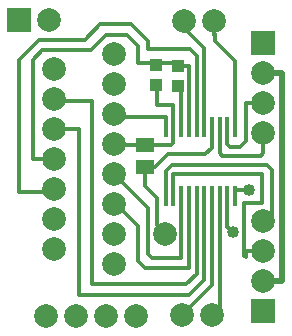
<source format=gbr>
G04 DipTrace 3.0.0.0*
G04 L298_Top.gbr*
%MOMM*%
G04 #@! TF.FileFunction,Copper,L1,Top*
G04 #@! TF.Part,Single*
G04 #@! TA.AperFunction,Conductor*
%ADD15C,0.33*%
%ADD16C,0.5*%
%ADD17R,1.0X1.1*%
%ADD18R,1.5X1.3*%
G04 #@! TA.AperFunction,ComponentPad*
%ADD20C,2.0*%
%ADD21R,2.0X2.0*%
%ADD22C,2.0*%
%ADD25R,0.33X1.8*%
G04 #@! TA.AperFunction,ViaPad*
%ADD27C,1.016*%
%FSLAX35Y35*%
G04*
G71*
G90*
G75*
G01*
G04 Top*
%LPD*%
X2667000Y2920000D2*
D15*
Y3440000D1*
X2577000D1*
X1529000Y2649000D2*
X1347000D1*
Y3490000D1*
X1427000Y3570000D1*
X1837000D1*
X1967000Y3700000D1*
X2147000D1*
X2237000Y3610000D1*
Y3460000D1*
X2397000D1*
X2577000D1*
Y3440000D1*
X2387000Y3450000D2*
X2397000Y3460000D1*
X2037000Y2776000D2*
X2081000D1*
X2087000Y2770000D1*
X2517000D1*
X2537000Y2790000D1*
Y2920000D1*
Y3110000D1*
X2397000D1*
Y3270000D1*
X2387000Y3280000D1*
X2602000Y2340000D2*
Y1810000D1*
X2357000D1*
X2317000Y1850000D1*
Y2240000D1*
X2097000Y2460000D1*
X2037000D1*
Y2522000D1*
X2667000Y2340000D2*
Y1730000D1*
X2297000D1*
X2237000Y1790000D1*
Y2080000D1*
X2049000Y2268000D1*
X2037000D1*
X2537000Y2340000D2*
Y2520000D1*
X3287000D1*
Y2280000D1*
X3137000D1*
Y1826000D1*
X3147000D1*
Y1820000D1*
X3297000Y1876000D2*
X3147000D1*
Y1826000D1*
X2862000Y2920000D2*
Y2745000D1*
X2807000Y2690000D1*
X2487000D1*
X2377000Y2580000D1*
X2297000D1*
Y2420000D1*
X2397000Y2320000D1*
Y2090000D1*
X2467000Y2020000D1*
X2862000Y2340000D2*
Y1585000D1*
X2607000Y1330000D1*
X2613000D1*
X3297000Y3122000D2*
X3147000D1*
Y2800000D1*
X3097000Y2750000D1*
X3017000D1*
X2992000Y2775000D1*
Y2920000D1*
X2927000Y2340000D2*
Y1330000D1*
X2867000D1*
X2797000Y2340000D2*
Y1630000D1*
X2667000Y1500000D1*
X1737000D1*
Y2903000D1*
X1529000D1*
X3057000Y2340000D2*
Y2390000D1*
X3177000D1*
X2732000Y2340000D2*
Y1675000D1*
X2647000Y1590000D1*
X1847000D1*
Y3140000D1*
X1546000D1*
X1529000Y3157000D1*
X3297000Y2868000D2*
Y2700000D1*
X3277000Y2680000D1*
X2947000D1*
X2927000Y2700000D1*
Y2920000D1*
X3057000D2*
Y3480000D1*
X2887000Y3650000D1*
Y3710000D1*
X2877000Y3700000D1*
Y3824000D1*
X2881000Y3820000D1*
X3297000Y3376000D2*
D16*
X3457000D1*
Y1622000D1*
X3297000D1*
X2472000Y2920000D2*
D15*
Y3010000D1*
X2057000D1*
X2087000Y3040000D1*
X2037000D1*
Y3030000D1*
X2602000Y2920000D2*
Y3260000D1*
X2577000D1*
Y3270000D1*
X2732000Y2920000D2*
Y3525000D1*
X2677000Y3580000D1*
X2317000D1*
Y3650000D1*
X2177000Y3790000D1*
X1917000D1*
X1787000Y3660000D1*
X1397000D1*
X1227000Y3490000D1*
Y2370000D1*
X1504000D1*
X1529000Y2395000D1*
X2472000Y2339980D2*
Y2545000D1*
X2527000Y2600000D1*
X3327000D1*
X3367000Y2560000D1*
Y2130000D1*
X3297000D1*
X2992000Y2340000D2*
Y2075000D1*
X3037000Y2030000D1*
X2797000Y2920000D2*
Y3590000D1*
X2567000Y3820000D1*
X2627000D1*
D27*
X3037000Y2030000D3*
X3177000Y2390000D3*
D17*
X2577000Y3270000D3*
Y3440000D3*
X2387000Y3280000D3*
Y3450000D3*
D20*
X2627000Y3820000D3*
X2881000D3*
X2867000Y1330000D3*
X2613000D3*
D21*
X1227000Y3830000D3*
D20*
X1481000D3*
D21*
X3297000Y3630000D3*
D20*
Y3376000D3*
Y3122000D3*
Y2868000D3*
D22*
Y2130000D3*
D20*
Y1876000D3*
Y1622000D3*
D21*
Y1368000D3*
D22*
X2467000Y2020000D3*
D18*
X2297000Y2580000D3*
Y2770000D3*
D20*
X1455000Y1320000D3*
X1709000D3*
X1963000D3*
X2217000D3*
D25*
X3057000Y2920000D3*
X2992000D3*
X2927000D3*
X2862000D3*
X2797000D3*
X2732000D3*
X2667000D3*
X2602000D3*
X2537000D3*
X2472000D3*
Y2339980D3*
X2537000Y2340000D3*
X2602000D3*
X2667000D3*
X2732000D3*
X2797000D3*
X2862000D3*
X2927000D3*
X2992000D3*
X3057000D3*
D20*
X2037000Y1760000D3*
X1529000Y1887000D3*
X2037000Y2014000D3*
X1529000Y2141000D3*
X2037000Y2268000D3*
X1529000Y2395000D3*
X2037000Y2522000D3*
X1529000Y2649000D3*
X2037000Y2776000D3*
X1529000Y2903000D3*
X2037000Y3030000D3*
X1529000Y3157000D3*
X2037000Y3284000D3*
X1529000Y3411000D3*
X2037000Y3538000D3*
M02*

</source>
